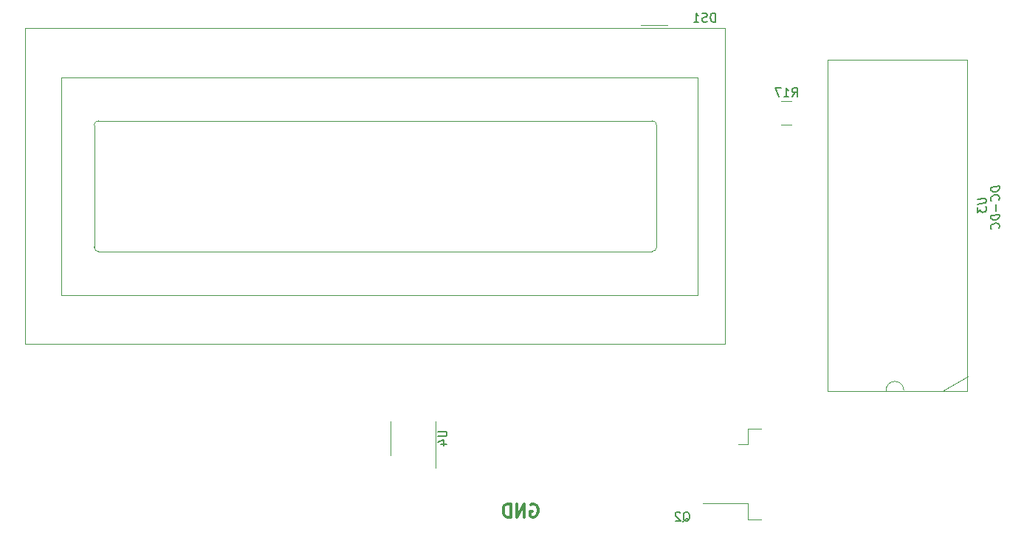
<source format=gbr>
%TF.GenerationSoftware,KiCad,Pcbnew,(6.0.5)*%
%TF.CreationDate,2022-05-15T12:42:04+02:00*%
%TF.ProjectId,pid_controller,7069645f-636f-46e7-9472-6f6c6c65722e,1.0*%
%TF.SameCoordinates,Original*%
%TF.FileFunction,Legend,Bot*%
%TF.FilePolarity,Positive*%
%FSLAX46Y46*%
G04 Gerber Fmt 4.6, Leading zero omitted, Abs format (unit mm)*
G04 Created by KiCad (PCBNEW (6.0.5)) date 2022-05-15 12:42:04*
%MOMM*%
%LPD*%
G01*
G04 APERTURE LIST*
%ADD10C,0.300000*%
%ADD11C,0.150000*%
%ADD12C,0.120000*%
G04 APERTURE END LIST*
D10*
X135254857Y-112534000D02*
X135397714Y-112462571D01*
X135612000Y-112462571D01*
X135826285Y-112534000D01*
X135969142Y-112676857D01*
X136040571Y-112819714D01*
X136112000Y-113105428D01*
X136112000Y-113319714D01*
X136040571Y-113605428D01*
X135969142Y-113748285D01*
X135826285Y-113891142D01*
X135612000Y-113962571D01*
X135469142Y-113962571D01*
X135254857Y-113891142D01*
X135183428Y-113819714D01*
X135183428Y-113319714D01*
X135469142Y-113319714D01*
X134540571Y-113962571D02*
X134540571Y-112462571D01*
X133683428Y-113962571D01*
X133683428Y-112462571D01*
X132969142Y-113962571D02*
X132969142Y-112462571D01*
X132612000Y-112462571D01*
X132397714Y-112534000D01*
X132254857Y-112676857D01*
X132183428Y-112819714D01*
X132112000Y-113105428D01*
X132112000Y-113319714D01*
X132183428Y-113605428D01*
X132254857Y-113748285D01*
X132397714Y-113891142D01*
X132612000Y-113962571D01*
X132969142Y-113962571D01*
D11*
%TO.C,U4*%
X124645380Y-104140095D02*
X125454904Y-104140095D01*
X125550142Y-104187714D01*
X125597761Y-104235333D01*
X125645380Y-104330571D01*
X125645380Y-104521047D01*
X125597761Y-104616285D01*
X125550142Y-104663904D01*
X125454904Y-104711523D01*
X124645380Y-104711523D01*
X124978714Y-105616285D02*
X125645380Y-105616285D01*
X124597761Y-105378190D02*
X125312047Y-105140095D01*
X125312047Y-105759142D01*
%TO.C,Q2*%
X152749238Y-114492019D02*
X152844476Y-114444400D01*
X152939714Y-114349161D01*
X153082571Y-114206304D01*
X153177809Y-114158685D01*
X153273047Y-114158685D01*
X153225428Y-114396780D02*
X153320666Y-114349161D01*
X153415904Y-114253923D01*
X153463523Y-114063447D01*
X153463523Y-113730114D01*
X153415904Y-113539638D01*
X153320666Y-113444400D01*
X153225428Y-113396780D01*
X153034952Y-113396780D01*
X152939714Y-113444400D01*
X152844476Y-113539638D01*
X152796857Y-113730114D01*
X152796857Y-114063447D01*
X152844476Y-114253923D01*
X152939714Y-114349161D01*
X153034952Y-114396780D01*
X153225428Y-114396780D01*
X152415904Y-113492019D02*
X152368285Y-113444400D01*
X152273047Y-113396780D01*
X152034952Y-113396780D01*
X151939714Y-113444400D01*
X151892095Y-113492019D01*
X151844476Y-113587257D01*
X151844476Y-113682495D01*
X151892095Y-113825352D01*
X152463523Y-114396780D01*
X151844476Y-114396780D01*
%TO.C,U3*%
X186497980Y-77500422D02*
X187307504Y-77399232D01*
X187402742Y-77434946D01*
X187450361Y-77476613D01*
X187497980Y-77565898D01*
X187497980Y-77756375D01*
X187450361Y-77857565D01*
X187402742Y-77911136D01*
X187307504Y-77970660D01*
X186497980Y-78071851D01*
X186497980Y-78452803D02*
X186497980Y-79071851D01*
X186878933Y-78690898D01*
X186878933Y-78833755D01*
X186926552Y-78923041D01*
X186974171Y-78964708D01*
X187069409Y-79000422D01*
X187307504Y-78970660D01*
X187402742Y-78911136D01*
X187450361Y-78857565D01*
X187497980Y-78756375D01*
X187497980Y-78470660D01*
X187450361Y-78381375D01*
X187402742Y-78339708D01*
X189021980Y-76010375D02*
X188021980Y-76135375D01*
X188021980Y-76373470D01*
X188069600Y-76510375D01*
X188164838Y-76593708D01*
X188260076Y-76629422D01*
X188450552Y-76653232D01*
X188593409Y-76635375D01*
X188783885Y-76563946D01*
X188879123Y-76504422D01*
X188974361Y-76397279D01*
X189021980Y-76248470D01*
X189021980Y-76010375D01*
X188926742Y-77593708D02*
X188974361Y-77540136D01*
X189021980Y-77391327D01*
X189021980Y-77296089D01*
X188974361Y-77159184D01*
X188879123Y-77075851D01*
X188783885Y-77040136D01*
X188593409Y-77016327D01*
X188450552Y-77034184D01*
X188260076Y-77105613D01*
X188164838Y-77165136D01*
X188069600Y-77272279D01*
X188021980Y-77421089D01*
X188021980Y-77516327D01*
X188069600Y-77653232D01*
X188117219Y-77694898D01*
X188641028Y-78057994D02*
X188641028Y-78819898D01*
X189021980Y-79248470D02*
X188021980Y-79373470D01*
X188021980Y-79611565D01*
X188069600Y-79748470D01*
X188164838Y-79831803D01*
X188260076Y-79867517D01*
X188450552Y-79891327D01*
X188593409Y-79873470D01*
X188783885Y-79802041D01*
X188879123Y-79742517D01*
X188974361Y-79635375D01*
X189021980Y-79486565D01*
X189021980Y-79248470D01*
X188926742Y-80831803D02*
X188974361Y-80778232D01*
X189021980Y-80629422D01*
X189021980Y-80534184D01*
X188974361Y-80397279D01*
X188879123Y-80313946D01*
X188783885Y-80278232D01*
X188593409Y-80254422D01*
X188450552Y-80272279D01*
X188260076Y-80343708D01*
X188164838Y-80403232D01*
X188069600Y-80510375D01*
X188021980Y-80659184D01*
X188021980Y-80754422D01*
X188069600Y-80891327D01*
X188117219Y-80932994D01*
%TO.C,DS1*%
X156437085Y-57145180D02*
X156437085Y-56145180D01*
X156198990Y-56145180D01*
X156056133Y-56192800D01*
X155960895Y-56288038D01*
X155913276Y-56383276D01*
X155865657Y-56573752D01*
X155865657Y-56716609D01*
X155913276Y-56907085D01*
X155960895Y-57002323D01*
X156056133Y-57097561D01*
X156198990Y-57145180D01*
X156437085Y-57145180D01*
X155484704Y-57097561D02*
X155341847Y-57145180D01*
X155103752Y-57145180D01*
X155008514Y-57097561D01*
X154960895Y-57049942D01*
X154913276Y-56954704D01*
X154913276Y-56859466D01*
X154960895Y-56764228D01*
X155008514Y-56716609D01*
X155103752Y-56668990D01*
X155294228Y-56621371D01*
X155389466Y-56573752D01*
X155437085Y-56526133D01*
X155484704Y-56430895D01*
X155484704Y-56335657D01*
X155437085Y-56240419D01*
X155389466Y-56192800D01*
X155294228Y-56145180D01*
X155056133Y-56145180D01*
X154913276Y-56192800D01*
X153960895Y-57145180D02*
X154532323Y-57145180D01*
X154246609Y-57145180D02*
X154246609Y-56145180D01*
X154341847Y-56288038D01*
X154437085Y-56383276D01*
X154532323Y-56430895D01*
%TO.C,R17*%
X165234857Y-65736380D02*
X165568190Y-65260190D01*
X165806285Y-65736380D02*
X165806285Y-64736380D01*
X165425333Y-64736380D01*
X165330095Y-64784000D01*
X165282476Y-64831619D01*
X165234857Y-64926857D01*
X165234857Y-65069714D01*
X165282476Y-65164952D01*
X165330095Y-65212571D01*
X165425333Y-65260190D01*
X165806285Y-65260190D01*
X164282476Y-65736380D02*
X164853904Y-65736380D01*
X164568190Y-65736380D02*
X164568190Y-64736380D01*
X164663428Y-64879238D01*
X164758666Y-64974476D01*
X164853904Y-65022095D01*
X163949142Y-64736380D02*
X163282476Y-64736380D01*
X163711047Y-65736380D01*
D12*
%TO.C,U4*%
X119233000Y-104902000D02*
X119233000Y-102952000D01*
X119233000Y-104902000D02*
X119233000Y-106852000D01*
X124353000Y-104902000D02*
X124353000Y-102952000D01*
X124353000Y-104902000D02*
X124353000Y-108352000D01*
%TO.C,Q2*%
X160168800Y-114216800D02*
X160168800Y-112406800D01*
X160168800Y-112406800D02*
X155043800Y-112406800D01*
X161668800Y-103816800D02*
X160168800Y-103816800D01*
X160168800Y-103816800D02*
X160168800Y-105626800D01*
X161668800Y-114216800D02*
X160168800Y-114216800D01*
X160168800Y-105626800D02*
X159068800Y-105626800D01*
%TO.C,U3*%
X185369200Y-97840800D02*
X182626000Y-99466400D01*
X185347600Y-99518000D02*
X169347600Y-99518000D01*
X169347600Y-99518000D02*
X169347600Y-61518000D01*
X169347600Y-61518000D02*
X185347600Y-61518000D01*
X185347600Y-61518000D02*
X185347600Y-99518000D01*
X178055268Y-99415601D02*
G75*
G03*
X176022001Y-99466399I-1017268J1D01*
G01*
%TO.C,DS1*%
X77262800Y-94142800D02*
X77262800Y-57862800D01*
X85702140Y-83502800D02*
X149202800Y-83502800D01*
X154402800Y-63502800D02*
X81402800Y-63502800D01*
X81402800Y-88502800D02*
X154402800Y-88502800D01*
X157542800Y-57862800D02*
X157542800Y-94142800D01*
X77262800Y-57862800D02*
X156742800Y-57862800D01*
X85202800Y-69002800D02*
X85202800Y-83002800D01*
X150902800Y-57502800D02*
X147902800Y-57502800D01*
X157532800Y-57862800D02*
X156742800Y-57862800D01*
X157542800Y-94142800D02*
X77262800Y-94142800D01*
X149202800Y-68502800D02*
X85702800Y-68502800D01*
X154402800Y-88502800D02*
X154402800Y-63502800D01*
X149702520Y-83002120D02*
X149702520Y-69002800D01*
X81402800Y-63502800D02*
X81402800Y-88502800D01*
X85702800Y-68502800D02*
G75*
G03*
X85202800Y-69002800I0J-500000D01*
G01*
X85201800Y-83002120D02*
G75*
G03*
X85702140Y-83502500I500300J-80D01*
G01*
X149702520Y-69001640D02*
G75*
G03*
X149202140Y-68501260I-500380J0D01*
G01*
X149202140Y-83502500D02*
G75*
G03*
X149702520Y-83002120I0J500380D01*
G01*
%TO.C,R17*%
X165194064Y-68924000D02*
X163989936Y-68924000D01*
X165194064Y-66204000D02*
X163989936Y-66204000D01*
%TD*%
M02*

</source>
